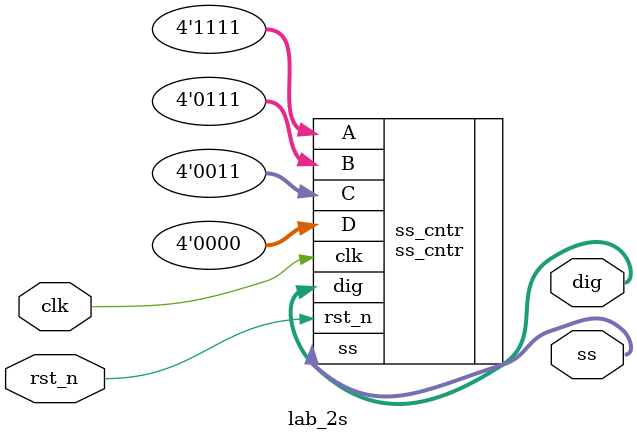
<source format=sv>
module lab_2s(
	(* altera_attribute = "-name IO_STANDARD \"3.3-V LVCMOS\"", chip_pin = "23" *)
	input clk,	
	(* altera_attribute = "-name IO_STANDARD \"2.5V\"", chip_pin = "64" *)
	input rst_n,
	(* altera_attribute = "-name IO_STANDARD \"3.3-V LVCMOS\"", chip_pin = "84, 76, 85, 77, 86, 133, 87" *)		
	output reg [6:0] ss,
	(* altera_attribute = "-name IO_STANDARD \"3.3-V LVCMOS\"", chip_pin = "73, 80, 74, 83" *)	
	output reg [3:0] dig);

	
ss_cntr #(.cm(500000))  //12500000 
	ss_cntr(.clk(clk), .rst_n(rst_n), .A(4'hf), .B(4'h7), .C(4'h3), .D(4'h0), .ss(ss), .dig(dig));
	

			
endmodule 
</source>
